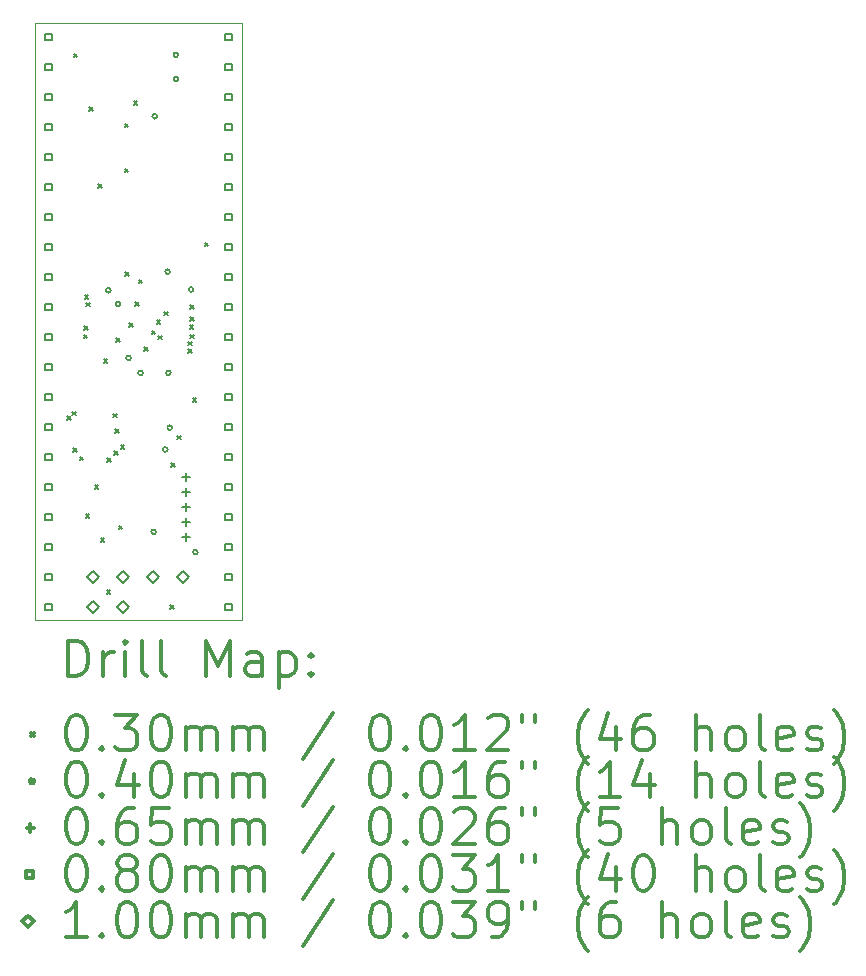
<source format=gbr>
%FSLAX45Y45*%
G04 Gerber Fmt 4.5, Leading zero omitted, Abs format (unit mm)*
G04 Created by KiCad (PCBNEW (5.1.5)-3) date 2021-01-25 20:45:40*
%MOMM*%
%LPD*%
G04 APERTURE LIST*
%TA.AperFunction,Profile*%
%ADD10C,0.100000*%
%TD*%
%ADD11C,0.200000*%
%ADD12C,0.300000*%
G04 APERTURE END LIST*
D10*
X9791700Y-9766300D02*
X9791700Y-4711700D01*
X11544300Y-9766300D02*
X9791700Y-9766300D01*
X11544300Y-4711700D02*
X11544300Y-9766300D01*
X9791700Y-4711700D02*
X11544300Y-4711700D01*
D11*
X10065625Y-8039975D02*
X10095625Y-8069975D01*
X10095625Y-8039975D02*
X10065625Y-8069975D01*
X10106900Y-7998700D02*
X10136900Y-8028700D01*
X10136900Y-7998700D02*
X10106900Y-8028700D01*
X10116425Y-8306675D02*
X10146425Y-8336675D01*
X10146425Y-8306675D02*
X10116425Y-8336675D01*
X10119600Y-4969750D02*
X10149600Y-4999750D01*
X10149600Y-4969750D02*
X10119600Y-4999750D01*
X10170400Y-8379700D02*
X10200400Y-8409700D01*
X10200400Y-8379700D02*
X10170400Y-8409700D01*
X10206749Y-7349249D02*
X10236749Y-7379249D01*
X10236749Y-7349249D02*
X10206749Y-7379249D01*
X10208500Y-7274800D02*
X10238500Y-7304800D01*
X10238500Y-7274800D02*
X10208500Y-7304800D01*
X10214850Y-7014450D02*
X10244850Y-7044450D01*
X10244850Y-7014450D02*
X10214850Y-7044450D01*
X10221200Y-8868650D02*
X10251200Y-8898650D01*
X10251200Y-8868650D02*
X10221200Y-8898650D01*
X10227550Y-7077950D02*
X10257550Y-7107950D01*
X10257550Y-7077950D02*
X10227550Y-7107950D01*
X10252950Y-5420600D02*
X10282950Y-5450600D01*
X10282950Y-5420600D02*
X10252950Y-5450600D01*
X10297400Y-8621000D02*
X10327400Y-8651000D01*
X10327400Y-8621000D02*
X10297400Y-8651000D01*
X10329150Y-6074650D02*
X10359150Y-6104650D01*
X10359150Y-6074650D02*
X10329150Y-6104650D01*
X10348200Y-9071850D02*
X10378200Y-9101850D01*
X10378200Y-9071850D02*
X10348200Y-9101850D01*
X10373600Y-7554200D02*
X10403600Y-7584200D01*
X10403600Y-7554200D02*
X10373600Y-7584200D01*
X10398950Y-9510050D02*
X10428950Y-9540050D01*
X10428950Y-9510050D02*
X10398950Y-9540050D01*
X10405350Y-8392400D02*
X10435350Y-8422400D01*
X10435350Y-8392400D02*
X10405350Y-8422400D01*
X10456150Y-8017750D02*
X10486150Y-8047750D01*
X10486150Y-8017750D02*
X10456150Y-8047750D01*
X10462500Y-8335250D02*
X10492500Y-8365250D01*
X10492500Y-8335250D02*
X10462500Y-8365250D01*
X10472025Y-8147925D02*
X10502025Y-8177925D01*
X10502025Y-8147925D02*
X10472025Y-8177925D01*
X10481550Y-7376400D02*
X10511550Y-7406400D01*
X10511550Y-7376400D02*
X10481550Y-7406400D01*
X10500600Y-8963900D02*
X10530600Y-8993900D01*
X10530600Y-8963900D02*
X10500600Y-8993900D01*
X10519650Y-8284450D02*
X10549650Y-8314450D01*
X10549650Y-8284450D02*
X10519650Y-8314450D01*
X10551400Y-5560300D02*
X10581400Y-5590300D01*
X10581400Y-5560300D02*
X10551400Y-5590300D01*
X10551400Y-5941300D02*
X10581400Y-5971300D01*
X10581400Y-5941300D02*
X10551400Y-5971300D01*
X10559020Y-6817600D02*
X10589020Y-6847600D01*
X10589020Y-6817600D02*
X10559020Y-6847600D01*
X10589500Y-7249400D02*
X10619500Y-7279400D01*
X10619500Y-7249400D02*
X10589500Y-7279400D01*
X10628000Y-5370200D02*
X10658000Y-5400200D01*
X10658000Y-5370200D02*
X10628000Y-5400200D01*
X10640300Y-7071600D02*
X10670300Y-7101600D01*
X10670300Y-7071600D02*
X10640300Y-7101600D01*
X10672050Y-6881100D02*
X10702050Y-6911100D01*
X10702050Y-6881100D02*
X10672050Y-6911100D01*
X10716500Y-7452600D02*
X10746500Y-7482600D01*
X10746500Y-7452600D02*
X10716500Y-7482600D01*
X10780000Y-7312900D02*
X10810000Y-7342900D01*
X10810000Y-7312900D02*
X10780000Y-7342900D01*
X10824450Y-7224000D02*
X10854450Y-7254000D01*
X10854450Y-7224000D02*
X10824450Y-7254000D01*
X10837150Y-7357350D02*
X10867150Y-7387350D01*
X10867150Y-7357350D02*
X10837150Y-7387350D01*
X10887950Y-7154150D02*
X10917950Y-7184150D01*
X10917950Y-7154150D02*
X10887950Y-7184150D01*
X10938750Y-9637000D02*
X10968750Y-9667000D01*
X10968750Y-9637000D02*
X10938750Y-9667000D01*
X10945100Y-8436850D02*
X10975100Y-8466850D01*
X10975100Y-8436850D02*
X10945100Y-8466850D01*
X10995900Y-8201900D02*
X11025900Y-8231900D01*
X11025900Y-8201900D02*
X10995900Y-8231900D01*
X11091150Y-7408150D02*
X11121150Y-7438150D01*
X11121150Y-7408150D02*
X11091150Y-7438150D01*
X11091150Y-7471650D02*
X11121150Y-7501650D01*
X11121150Y-7471650D02*
X11091150Y-7501650D01*
X11103489Y-7268811D02*
X11133489Y-7298811D01*
X11133489Y-7268811D02*
X11103489Y-7298811D01*
X11106099Y-7348751D02*
X11136099Y-7378751D01*
X11136099Y-7348751D02*
X11106099Y-7378751D01*
X11108449Y-7098751D02*
X11138449Y-7128751D01*
X11138449Y-7098751D02*
X11108449Y-7128751D01*
X11109551Y-7199249D02*
X11139551Y-7229249D01*
X11139551Y-7199249D02*
X11109551Y-7229249D01*
X11129250Y-7884400D02*
X11159250Y-7914400D01*
X11159250Y-7884400D02*
X11129250Y-7914400D01*
X11230850Y-6569950D02*
X11260850Y-6599950D01*
X11260850Y-6569950D02*
X11230850Y-6599950D01*
X10434000Y-6972300D02*
G75*
G03X10434000Y-6972300I-20000J0D01*
G01*
X10516550Y-7086600D02*
G75*
G03X10516550Y-7086600I-20000J0D01*
G01*
X10605450Y-7543800D02*
G75*
G03X10605450Y-7543800I-20000J0D01*
G01*
X10707050Y-7670800D02*
G75*
G03X10707050Y-7670800I-20000J0D01*
G01*
X10818000Y-9017000D02*
G75*
G03X10818000Y-9017000I-20000J0D01*
G01*
X10827700Y-5499100D02*
G75*
G03X10827700Y-5499100I-20000J0D01*
G01*
X10917401Y-8319301D02*
G75*
G03X10917401Y-8319301I-20000J0D01*
G01*
X10935650Y-6813550D02*
G75*
G03X10935650Y-6813550I-20000J0D01*
G01*
X10942000Y-7670800D02*
G75*
G03X10942000Y-7670800I-20000J0D01*
G01*
X10954700Y-8134350D02*
G75*
G03X10954700Y-8134350I-20000J0D01*
G01*
X11005500Y-4977500D02*
G75*
G03X11005500Y-4977500I-20000J0D01*
G01*
X11005500Y-5182500D02*
G75*
G03X11005500Y-5182500I-20000J0D01*
G01*
X11134699Y-6963751D02*
G75*
G03X11134699Y-6963751I-20000J0D01*
G01*
X11170600Y-9188450D02*
G75*
G03X11170600Y-9188450I-20000J0D01*
G01*
X11074400Y-8520950D02*
X11074400Y-8585950D01*
X11041900Y-8553450D02*
X11106900Y-8553450D01*
X11074400Y-8647950D02*
X11074400Y-8712950D01*
X11041900Y-8680450D02*
X11106900Y-8680450D01*
X11074400Y-8774950D02*
X11074400Y-8839950D01*
X11041900Y-8807450D02*
X11106900Y-8807450D01*
X11074400Y-8901950D02*
X11074400Y-8966950D01*
X11041900Y-8934450D02*
X11106900Y-8934450D01*
X11074400Y-9028950D02*
X11074400Y-9093950D01*
X11041900Y-9061450D02*
X11106900Y-9061450D01*
X9934285Y-4854285D02*
X9934285Y-4797716D01*
X9877716Y-4797716D01*
X9877716Y-4854285D01*
X9934285Y-4854285D01*
X9934285Y-5108285D02*
X9934285Y-5051716D01*
X9877716Y-5051716D01*
X9877716Y-5108285D01*
X9934285Y-5108285D01*
X9934285Y-5362285D02*
X9934285Y-5305716D01*
X9877716Y-5305716D01*
X9877716Y-5362285D01*
X9934285Y-5362285D01*
X9934285Y-5616284D02*
X9934285Y-5559716D01*
X9877716Y-5559716D01*
X9877716Y-5616284D01*
X9934285Y-5616284D01*
X9934285Y-5870284D02*
X9934285Y-5813715D01*
X9877716Y-5813715D01*
X9877716Y-5870284D01*
X9934285Y-5870284D01*
X9934285Y-6124284D02*
X9934285Y-6067715D01*
X9877716Y-6067715D01*
X9877716Y-6124284D01*
X9934285Y-6124284D01*
X9934285Y-6378284D02*
X9934285Y-6321715D01*
X9877716Y-6321715D01*
X9877716Y-6378284D01*
X9934285Y-6378284D01*
X9934285Y-6632284D02*
X9934285Y-6575715D01*
X9877716Y-6575715D01*
X9877716Y-6632284D01*
X9934285Y-6632284D01*
X9934285Y-6886284D02*
X9934285Y-6829715D01*
X9877716Y-6829715D01*
X9877716Y-6886284D01*
X9934285Y-6886284D01*
X9934285Y-7140284D02*
X9934285Y-7083715D01*
X9877716Y-7083715D01*
X9877716Y-7140284D01*
X9934285Y-7140284D01*
X9934285Y-7394284D02*
X9934285Y-7337715D01*
X9877716Y-7337715D01*
X9877716Y-7394284D01*
X9934285Y-7394284D01*
X9934285Y-7648284D02*
X9934285Y-7591715D01*
X9877716Y-7591715D01*
X9877716Y-7648284D01*
X9934285Y-7648284D01*
X9934285Y-7902284D02*
X9934285Y-7845715D01*
X9877716Y-7845715D01*
X9877716Y-7902284D01*
X9934285Y-7902284D01*
X9934285Y-8156284D02*
X9934285Y-8099715D01*
X9877716Y-8099715D01*
X9877716Y-8156284D01*
X9934285Y-8156284D01*
X9934285Y-8410285D02*
X9934285Y-8353715D01*
X9877716Y-8353715D01*
X9877716Y-8410285D01*
X9934285Y-8410285D01*
X9934285Y-8664285D02*
X9934285Y-8607716D01*
X9877716Y-8607716D01*
X9877716Y-8664285D01*
X9934285Y-8664285D01*
X9934285Y-8918285D02*
X9934285Y-8861716D01*
X9877716Y-8861716D01*
X9877716Y-8918285D01*
X9934285Y-8918285D01*
X9934285Y-9172285D02*
X9934285Y-9115716D01*
X9877716Y-9115716D01*
X9877716Y-9172285D01*
X9934285Y-9172285D01*
X9934285Y-9426285D02*
X9934285Y-9369716D01*
X9877716Y-9369716D01*
X9877716Y-9426285D01*
X9934285Y-9426285D01*
X9934285Y-9680285D02*
X9934285Y-9623716D01*
X9877716Y-9623716D01*
X9877716Y-9680285D01*
X9934285Y-9680285D01*
X11458284Y-4854285D02*
X11458284Y-4797716D01*
X11401715Y-4797716D01*
X11401715Y-4854285D01*
X11458284Y-4854285D01*
X11458284Y-5108285D02*
X11458284Y-5051716D01*
X11401715Y-5051716D01*
X11401715Y-5108285D01*
X11458284Y-5108285D01*
X11458284Y-5362285D02*
X11458284Y-5305716D01*
X11401715Y-5305716D01*
X11401715Y-5362285D01*
X11458284Y-5362285D01*
X11458284Y-5616284D02*
X11458284Y-5559716D01*
X11401715Y-5559716D01*
X11401715Y-5616284D01*
X11458284Y-5616284D01*
X11458284Y-5870284D02*
X11458284Y-5813715D01*
X11401715Y-5813715D01*
X11401715Y-5870284D01*
X11458284Y-5870284D01*
X11458284Y-6124284D02*
X11458284Y-6067715D01*
X11401715Y-6067715D01*
X11401715Y-6124284D01*
X11458284Y-6124284D01*
X11458284Y-6378284D02*
X11458284Y-6321715D01*
X11401715Y-6321715D01*
X11401715Y-6378284D01*
X11458284Y-6378284D01*
X11458284Y-6632284D02*
X11458284Y-6575715D01*
X11401715Y-6575715D01*
X11401715Y-6632284D01*
X11458284Y-6632284D01*
X11458284Y-6886284D02*
X11458284Y-6829715D01*
X11401715Y-6829715D01*
X11401715Y-6886284D01*
X11458284Y-6886284D01*
X11458284Y-7140284D02*
X11458284Y-7083715D01*
X11401715Y-7083715D01*
X11401715Y-7140284D01*
X11458284Y-7140284D01*
X11458284Y-7394284D02*
X11458284Y-7337715D01*
X11401715Y-7337715D01*
X11401715Y-7394284D01*
X11458284Y-7394284D01*
X11458284Y-7648284D02*
X11458284Y-7591715D01*
X11401715Y-7591715D01*
X11401715Y-7648284D01*
X11458284Y-7648284D01*
X11458284Y-7902284D02*
X11458284Y-7845715D01*
X11401715Y-7845715D01*
X11401715Y-7902284D01*
X11458284Y-7902284D01*
X11458284Y-8156284D02*
X11458284Y-8099715D01*
X11401715Y-8099715D01*
X11401715Y-8156284D01*
X11458284Y-8156284D01*
X11458284Y-8410285D02*
X11458284Y-8353715D01*
X11401715Y-8353715D01*
X11401715Y-8410285D01*
X11458284Y-8410285D01*
X11458284Y-8664285D02*
X11458284Y-8607716D01*
X11401715Y-8607716D01*
X11401715Y-8664285D01*
X11458284Y-8664285D01*
X11458284Y-8918285D02*
X11458284Y-8861716D01*
X11401715Y-8861716D01*
X11401715Y-8918285D01*
X11458284Y-8918285D01*
X11458284Y-9172285D02*
X11458284Y-9115716D01*
X11401715Y-9115716D01*
X11401715Y-9172285D01*
X11458284Y-9172285D01*
X11458284Y-9426285D02*
X11458284Y-9369716D01*
X11401715Y-9369716D01*
X11401715Y-9426285D01*
X11458284Y-9426285D01*
X11458284Y-9680285D02*
X11458284Y-9623716D01*
X11401715Y-9623716D01*
X11401715Y-9680285D01*
X11458284Y-9680285D01*
X10287000Y-9448000D02*
X10337000Y-9398000D01*
X10287000Y-9348000D01*
X10237000Y-9398000D01*
X10287000Y-9448000D01*
X10287000Y-9702000D02*
X10337000Y-9652000D01*
X10287000Y-9602000D01*
X10237000Y-9652000D01*
X10287000Y-9702000D01*
X10541000Y-9448000D02*
X10591000Y-9398000D01*
X10541000Y-9348000D01*
X10491000Y-9398000D01*
X10541000Y-9448000D01*
X10541000Y-9702000D02*
X10591000Y-9652000D01*
X10541000Y-9602000D01*
X10491000Y-9652000D01*
X10541000Y-9702000D01*
X10795000Y-9448000D02*
X10845000Y-9398000D01*
X10795000Y-9348000D01*
X10745000Y-9398000D01*
X10795000Y-9448000D01*
X11049000Y-9448000D02*
X11099000Y-9398000D01*
X11049000Y-9348000D01*
X10999000Y-9398000D01*
X11049000Y-9448000D01*
D12*
X10073128Y-10237014D02*
X10073128Y-9937014D01*
X10144557Y-9937014D01*
X10187414Y-9951300D01*
X10215986Y-9979872D01*
X10230271Y-10008443D01*
X10244557Y-10065586D01*
X10244557Y-10108443D01*
X10230271Y-10165586D01*
X10215986Y-10194157D01*
X10187414Y-10222729D01*
X10144557Y-10237014D01*
X10073128Y-10237014D01*
X10373128Y-10237014D02*
X10373128Y-10037014D01*
X10373128Y-10094157D02*
X10387414Y-10065586D01*
X10401700Y-10051300D01*
X10430271Y-10037014D01*
X10458843Y-10037014D01*
X10558843Y-10237014D02*
X10558843Y-10037014D01*
X10558843Y-9937014D02*
X10544557Y-9951300D01*
X10558843Y-9965586D01*
X10573128Y-9951300D01*
X10558843Y-9937014D01*
X10558843Y-9965586D01*
X10744557Y-10237014D02*
X10715986Y-10222729D01*
X10701700Y-10194157D01*
X10701700Y-9937014D01*
X10901700Y-10237014D02*
X10873128Y-10222729D01*
X10858843Y-10194157D01*
X10858843Y-9937014D01*
X11244557Y-10237014D02*
X11244557Y-9937014D01*
X11344557Y-10151300D01*
X11444557Y-9937014D01*
X11444557Y-10237014D01*
X11715986Y-10237014D02*
X11715986Y-10079872D01*
X11701700Y-10051300D01*
X11673128Y-10037014D01*
X11615986Y-10037014D01*
X11587414Y-10051300D01*
X11715986Y-10222729D02*
X11687414Y-10237014D01*
X11615986Y-10237014D01*
X11587414Y-10222729D01*
X11573128Y-10194157D01*
X11573128Y-10165586D01*
X11587414Y-10137014D01*
X11615986Y-10122729D01*
X11687414Y-10122729D01*
X11715986Y-10108443D01*
X11858843Y-10037014D02*
X11858843Y-10337014D01*
X11858843Y-10051300D02*
X11887414Y-10037014D01*
X11944557Y-10037014D01*
X11973128Y-10051300D01*
X11987414Y-10065586D01*
X12001700Y-10094157D01*
X12001700Y-10179872D01*
X11987414Y-10208443D01*
X11973128Y-10222729D01*
X11944557Y-10237014D01*
X11887414Y-10237014D01*
X11858843Y-10222729D01*
X12130271Y-10208443D02*
X12144557Y-10222729D01*
X12130271Y-10237014D01*
X12115986Y-10222729D01*
X12130271Y-10208443D01*
X12130271Y-10237014D01*
X12130271Y-10051300D02*
X12144557Y-10065586D01*
X12130271Y-10079872D01*
X12115986Y-10065586D01*
X12130271Y-10051300D01*
X12130271Y-10079872D01*
X9756700Y-10716300D02*
X9786700Y-10746300D01*
X9786700Y-10716300D02*
X9756700Y-10746300D01*
X10130271Y-10567014D02*
X10158843Y-10567014D01*
X10187414Y-10581300D01*
X10201700Y-10595586D01*
X10215986Y-10624157D01*
X10230271Y-10681300D01*
X10230271Y-10752729D01*
X10215986Y-10809872D01*
X10201700Y-10838443D01*
X10187414Y-10852729D01*
X10158843Y-10867014D01*
X10130271Y-10867014D01*
X10101700Y-10852729D01*
X10087414Y-10838443D01*
X10073128Y-10809872D01*
X10058843Y-10752729D01*
X10058843Y-10681300D01*
X10073128Y-10624157D01*
X10087414Y-10595586D01*
X10101700Y-10581300D01*
X10130271Y-10567014D01*
X10358843Y-10838443D02*
X10373128Y-10852729D01*
X10358843Y-10867014D01*
X10344557Y-10852729D01*
X10358843Y-10838443D01*
X10358843Y-10867014D01*
X10473128Y-10567014D02*
X10658843Y-10567014D01*
X10558843Y-10681300D01*
X10601700Y-10681300D01*
X10630271Y-10695586D01*
X10644557Y-10709872D01*
X10658843Y-10738443D01*
X10658843Y-10809872D01*
X10644557Y-10838443D01*
X10630271Y-10852729D01*
X10601700Y-10867014D01*
X10515986Y-10867014D01*
X10487414Y-10852729D01*
X10473128Y-10838443D01*
X10844557Y-10567014D02*
X10873128Y-10567014D01*
X10901700Y-10581300D01*
X10915986Y-10595586D01*
X10930271Y-10624157D01*
X10944557Y-10681300D01*
X10944557Y-10752729D01*
X10930271Y-10809872D01*
X10915986Y-10838443D01*
X10901700Y-10852729D01*
X10873128Y-10867014D01*
X10844557Y-10867014D01*
X10815986Y-10852729D01*
X10801700Y-10838443D01*
X10787414Y-10809872D01*
X10773128Y-10752729D01*
X10773128Y-10681300D01*
X10787414Y-10624157D01*
X10801700Y-10595586D01*
X10815986Y-10581300D01*
X10844557Y-10567014D01*
X11073128Y-10867014D02*
X11073128Y-10667014D01*
X11073128Y-10695586D02*
X11087414Y-10681300D01*
X11115986Y-10667014D01*
X11158843Y-10667014D01*
X11187414Y-10681300D01*
X11201700Y-10709872D01*
X11201700Y-10867014D01*
X11201700Y-10709872D02*
X11215986Y-10681300D01*
X11244557Y-10667014D01*
X11287414Y-10667014D01*
X11315986Y-10681300D01*
X11330271Y-10709872D01*
X11330271Y-10867014D01*
X11473128Y-10867014D02*
X11473128Y-10667014D01*
X11473128Y-10695586D02*
X11487414Y-10681300D01*
X11515986Y-10667014D01*
X11558843Y-10667014D01*
X11587414Y-10681300D01*
X11601700Y-10709872D01*
X11601700Y-10867014D01*
X11601700Y-10709872D02*
X11615986Y-10681300D01*
X11644557Y-10667014D01*
X11687414Y-10667014D01*
X11715986Y-10681300D01*
X11730271Y-10709872D01*
X11730271Y-10867014D01*
X12315986Y-10552729D02*
X12058843Y-10938443D01*
X12701700Y-10567014D02*
X12730271Y-10567014D01*
X12758843Y-10581300D01*
X12773128Y-10595586D01*
X12787414Y-10624157D01*
X12801700Y-10681300D01*
X12801700Y-10752729D01*
X12787414Y-10809872D01*
X12773128Y-10838443D01*
X12758843Y-10852729D01*
X12730271Y-10867014D01*
X12701700Y-10867014D01*
X12673128Y-10852729D01*
X12658843Y-10838443D01*
X12644557Y-10809872D01*
X12630271Y-10752729D01*
X12630271Y-10681300D01*
X12644557Y-10624157D01*
X12658843Y-10595586D01*
X12673128Y-10581300D01*
X12701700Y-10567014D01*
X12930271Y-10838443D02*
X12944557Y-10852729D01*
X12930271Y-10867014D01*
X12915986Y-10852729D01*
X12930271Y-10838443D01*
X12930271Y-10867014D01*
X13130271Y-10567014D02*
X13158843Y-10567014D01*
X13187414Y-10581300D01*
X13201700Y-10595586D01*
X13215986Y-10624157D01*
X13230271Y-10681300D01*
X13230271Y-10752729D01*
X13215986Y-10809872D01*
X13201700Y-10838443D01*
X13187414Y-10852729D01*
X13158843Y-10867014D01*
X13130271Y-10867014D01*
X13101700Y-10852729D01*
X13087414Y-10838443D01*
X13073128Y-10809872D01*
X13058843Y-10752729D01*
X13058843Y-10681300D01*
X13073128Y-10624157D01*
X13087414Y-10595586D01*
X13101700Y-10581300D01*
X13130271Y-10567014D01*
X13515986Y-10867014D02*
X13344557Y-10867014D01*
X13430271Y-10867014D02*
X13430271Y-10567014D01*
X13401700Y-10609872D01*
X13373128Y-10638443D01*
X13344557Y-10652729D01*
X13630271Y-10595586D02*
X13644557Y-10581300D01*
X13673128Y-10567014D01*
X13744557Y-10567014D01*
X13773128Y-10581300D01*
X13787414Y-10595586D01*
X13801700Y-10624157D01*
X13801700Y-10652729D01*
X13787414Y-10695586D01*
X13615986Y-10867014D01*
X13801700Y-10867014D01*
X13915986Y-10567014D02*
X13915986Y-10624157D01*
X14030271Y-10567014D02*
X14030271Y-10624157D01*
X14473128Y-10981300D02*
X14458843Y-10967014D01*
X14430271Y-10924157D01*
X14415986Y-10895586D01*
X14401700Y-10852729D01*
X14387414Y-10781300D01*
X14387414Y-10724157D01*
X14401700Y-10652729D01*
X14415986Y-10609872D01*
X14430271Y-10581300D01*
X14458843Y-10538443D01*
X14473128Y-10524157D01*
X14715986Y-10667014D02*
X14715986Y-10867014D01*
X14644557Y-10552729D02*
X14573128Y-10767014D01*
X14758843Y-10767014D01*
X15001700Y-10567014D02*
X14944557Y-10567014D01*
X14915986Y-10581300D01*
X14901700Y-10595586D01*
X14873128Y-10638443D01*
X14858843Y-10695586D01*
X14858843Y-10809872D01*
X14873128Y-10838443D01*
X14887414Y-10852729D01*
X14915986Y-10867014D01*
X14973128Y-10867014D01*
X15001700Y-10852729D01*
X15015986Y-10838443D01*
X15030271Y-10809872D01*
X15030271Y-10738443D01*
X15015986Y-10709872D01*
X15001700Y-10695586D01*
X14973128Y-10681300D01*
X14915986Y-10681300D01*
X14887414Y-10695586D01*
X14873128Y-10709872D01*
X14858843Y-10738443D01*
X15387414Y-10867014D02*
X15387414Y-10567014D01*
X15515986Y-10867014D02*
X15515986Y-10709872D01*
X15501700Y-10681300D01*
X15473128Y-10667014D01*
X15430271Y-10667014D01*
X15401700Y-10681300D01*
X15387414Y-10695586D01*
X15701700Y-10867014D02*
X15673128Y-10852729D01*
X15658843Y-10838443D01*
X15644557Y-10809872D01*
X15644557Y-10724157D01*
X15658843Y-10695586D01*
X15673128Y-10681300D01*
X15701700Y-10667014D01*
X15744557Y-10667014D01*
X15773128Y-10681300D01*
X15787414Y-10695586D01*
X15801700Y-10724157D01*
X15801700Y-10809872D01*
X15787414Y-10838443D01*
X15773128Y-10852729D01*
X15744557Y-10867014D01*
X15701700Y-10867014D01*
X15973128Y-10867014D02*
X15944557Y-10852729D01*
X15930271Y-10824157D01*
X15930271Y-10567014D01*
X16201700Y-10852729D02*
X16173128Y-10867014D01*
X16115986Y-10867014D01*
X16087414Y-10852729D01*
X16073128Y-10824157D01*
X16073128Y-10709872D01*
X16087414Y-10681300D01*
X16115986Y-10667014D01*
X16173128Y-10667014D01*
X16201700Y-10681300D01*
X16215986Y-10709872D01*
X16215986Y-10738443D01*
X16073128Y-10767014D01*
X16330271Y-10852729D02*
X16358843Y-10867014D01*
X16415986Y-10867014D01*
X16444557Y-10852729D01*
X16458843Y-10824157D01*
X16458843Y-10809872D01*
X16444557Y-10781300D01*
X16415986Y-10767014D01*
X16373128Y-10767014D01*
X16344557Y-10752729D01*
X16330271Y-10724157D01*
X16330271Y-10709872D01*
X16344557Y-10681300D01*
X16373128Y-10667014D01*
X16415986Y-10667014D01*
X16444557Y-10681300D01*
X16558843Y-10981300D02*
X16573128Y-10967014D01*
X16601700Y-10924157D01*
X16615986Y-10895586D01*
X16630271Y-10852729D01*
X16644557Y-10781300D01*
X16644557Y-10724157D01*
X16630271Y-10652729D01*
X16615986Y-10609872D01*
X16601700Y-10581300D01*
X16573128Y-10538443D01*
X16558843Y-10524157D01*
X9786700Y-11127300D02*
G75*
G03X9786700Y-11127300I-20000J0D01*
G01*
X10130271Y-10963014D02*
X10158843Y-10963014D01*
X10187414Y-10977300D01*
X10201700Y-10991586D01*
X10215986Y-11020157D01*
X10230271Y-11077300D01*
X10230271Y-11148729D01*
X10215986Y-11205871D01*
X10201700Y-11234443D01*
X10187414Y-11248729D01*
X10158843Y-11263014D01*
X10130271Y-11263014D01*
X10101700Y-11248729D01*
X10087414Y-11234443D01*
X10073128Y-11205871D01*
X10058843Y-11148729D01*
X10058843Y-11077300D01*
X10073128Y-11020157D01*
X10087414Y-10991586D01*
X10101700Y-10977300D01*
X10130271Y-10963014D01*
X10358843Y-11234443D02*
X10373128Y-11248729D01*
X10358843Y-11263014D01*
X10344557Y-11248729D01*
X10358843Y-11234443D01*
X10358843Y-11263014D01*
X10630271Y-11063014D02*
X10630271Y-11263014D01*
X10558843Y-10948729D02*
X10487414Y-11163014D01*
X10673128Y-11163014D01*
X10844557Y-10963014D02*
X10873128Y-10963014D01*
X10901700Y-10977300D01*
X10915986Y-10991586D01*
X10930271Y-11020157D01*
X10944557Y-11077300D01*
X10944557Y-11148729D01*
X10930271Y-11205871D01*
X10915986Y-11234443D01*
X10901700Y-11248729D01*
X10873128Y-11263014D01*
X10844557Y-11263014D01*
X10815986Y-11248729D01*
X10801700Y-11234443D01*
X10787414Y-11205871D01*
X10773128Y-11148729D01*
X10773128Y-11077300D01*
X10787414Y-11020157D01*
X10801700Y-10991586D01*
X10815986Y-10977300D01*
X10844557Y-10963014D01*
X11073128Y-11263014D02*
X11073128Y-11063014D01*
X11073128Y-11091586D02*
X11087414Y-11077300D01*
X11115986Y-11063014D01*
X11158843Y-11063014D01*
X11187414Y-11077300D01*
X11201700Y-11105872D01*
X11201700Y-11263014D01*
X11201700Y-11105872D02*
X11215986Y-11077300D01*
X11244557Y-11063014D01*
X11287414Y-11063014D01*
X11315986Y-11077300D01*
X11330271Y-11105872D01*
X11330271Y-11263014D01*
X11473128Y-11263014D02*
X11473128Y-11063014D01*
X11473128Y-11091586D02*
X11487414Y-11077300D01*
X11515986Y-11063014D01*
X11558843Y-11063014D01*
X11587414Y-11077300D01*
X11601700Y-11105872D01*
X11601700Y-11263014D01*
X11601700Y-11105872D02*
X11615986Y-11077300D01*
X11644557Y-11063014D01*
X11687414Y-11063014D01*
X11715986Y-11077300D01*
X11730271Y-11105872D01*
X11730271Y-11263014D01*
X12315986Y-10948729D02*
X12058843Y-11334443D01*
X12701700Y-10963014D02*
X12730271Y-10963014D01*
X12758843Y-10977300D01*
X12773128Y-10991586D01*
X12787414Y-11020157D01*
X12801700Y-11077300D01*
X12801700Y-11148729D01*
X12787414Y-11205871D01*
X12773128Y-11234443D01*
X12758843Y-11248729D01*
X12730271Y-11263014D01*
X12701700Y-11263014D01*
X12673128Y-11248729D01*
X12658843Y-11234443D01*
X12644557Y-11205871D01*
X12630271Y-11148729D01*
X12630271Y-11077300D01*
X12644557Y-11020157D01*
X12658843Y-10991586D01*
X12673128Y-10977300D01*
X12701700Y-10963014D01*
X12930271Y-11234443D02*
X12944557Y-11248729D01*
X12930271Y-11263014D01*
X12915986Y-11248729D01*
X12930271Y-11234443D01*
X12930271Y-11263014D01*
X13130271Y-10963014D02*
X13158843Y-10963014D01*
X13187414Y-10977300D01*
X13201700Y-10991586D01*
X13215986Y-11020157D01*
X13230271Y-11077300D01*
X13230271Y-11148729D01*
X13215986Y-11205871D01*
X13201700Y-11234443D01*
X13187414Y-11248729D01*
X13158843Y-11263014D01*
X13130271Y-11263014D01*
X13101700Y-11248729D01*
X13087414Y-11234443D01*
X13073128Y-11205871D01*
X13058843Y-11148729D01*
X13058843Y-11077300D01*
X13073128Y-11020157D01*
X13087414Y-10991586D01*
X13101700Y-10977300D01*
X13130271Y-10963014D01*
X13515986Y-11263014D02*
X13344557Y-11263014D01*
X13430271Y-11263014D02*
X13430271Y-10963014D01*
X13401700Y-11005872D01*
X13373128Y-11034443D01*
X13344557Y-11048729D01*
X13773128Y-10963014D02*
X13715986Y-10963014D01*
X13687414Y-10977300D01*
X13673128Y-10991586D01*
X13644557Y-11034443D01*
X13630271Y-11091586D01*
X13630271Y-11205871D01*
X13644557Y-11234443D01*
X13658843Y-11248729D01*
X13687414Y-11263014D01*
X13744557Y-11263014D01*
X13773128Y-11248729D01*
X13787414Y-11234443D01*
X13801700Y-11205871D01*
X13801700Y-11134443D01*
X13787414Y-11105872D01*
X13773128Y-11091586D01*
X13744557Y-11077300D01*
X13687414Y-11077300D01*
X13658843Y-11091586D01*
X13644557Y-11105872D01*
X13630271Y-11134443D01*
X13915986Y-10963014D02*
X13915986Y-11020157D01*
X14030271Y-10963014D02*
X14030271Y-11020157D01*
X14473128Y-11377300D02*
X14458843Y-11363014D01*
X14430271Y-11320157D01*
X14415986Y-11291586D01*
X14401700Y-11248729D01*
X14387414Y-11177300D01*
X14387414Y-11120157D01*
X14401700Y-11048729D01*
X14415986Y-11005872D01*
X14430271Y-10977300D01*
X14458843Y-10934443D01*
X14473128Y-10920157D01*
X14744557Y-11263014D02*
X14573128Y-11263014D01*
X14658843Y-11263014D02*
X14658843Y-10963014D01*
X14630271Y-11005872D01*
X14601700Y-11034443D01*
X14573128Y-11048729D01*
X15001700Y-11063014D02*
X15001700Y-11263014D01*
X14930271Y-10948729D02*
X14858843Y-11163014D01*
X15044557Y-11163014D01*
X15387414Y-11263014D02*
X15387414Y-10963014D01*
X15515986Y-11263014D02*
X15515986Y-11105872D01*
X15501700Y-11077300D01*
X15473128Y-11063014D01*
X15430271Y-11063014D01*
X15401700Y-11077300D01*
X15387414Y-11091586D01*
X15701700Y-11263014D02*
X15673128Y-11248729D01*
X15658843Y-11234443D01*
X15644557Y-11205871D01*
X15644557Y-11120157D01*
X15658843Y-11091586D01*
X15673128Y-11077300D01*
X15701700Y-11063014D01*
X15744557Y-11063014D01*
X15773128Y-11077300D01*
X15787414Y-11091586D01*
X15801700Y-11120157D01*
X15801700Y-11205871D01*
X15787414Y-11234443D01*
X15773128Y-11248729D01*
X15744557Y-11263014D01*
X15701700Y-11263014D01*
X15973128Y-11263014D02*
X15944557Y-11248729D01*
X15930271Y-11220157D01*
X15930271Y-10963014D01*
X16201700Y-11248729D02*
X16173128Y-11263014D01*
X16115986Y-11263014D01*
X16087414Y-11248729D01*
X16073128Y-11220157D01*
X16073128Y-11105872D01*
X16087414Y-11077300D01*
X16115986Y-11063014D01*
X16173128Y-11063014D01*
X16201700Y-11077300D01*
X16215986Y-11105872D01*
X16215986Y-11134443D01*
X16073128Y-11163014D01*
X16330271Y-11248729D02*
X16358843Y-11263014D01*
X16415986Y-11263014D01*
X16444557Y-11248729D01*
X16458843Y-11220157D01*
X16458843Y-11205871D01*
X16444557Y-11177300D01*
X16415986Y-11163014D01*
X16373128Y-11163014D01*
X16344557Y-11148729D01*
X16330271Y-11120157D01*
X16330271Y-11105872D01*
X16344557Y-11077300D01*
X16373128Y-11063014D01*
X16415986Y-11063014D01*
X16444557Y-11077300D01*
X16558843Y-11377300D02*
X16573128Y-11363014D01*
X16601700Y-11320157D01*
X16615986Y-11291586D01*
X16630271Y-11248729D01*
X16644557Y-11177300D01*
X16644557Y-11120157D01*
X16630271Y-11048729D01*
X16615986Y-11005872D01*
X16601700Y-10977300D01*
X16573128Y-10934443D01*
X16558843Y-10920157D01*
X9754200Y-11490800D02*
X9754200Y-11555800D01*
X9721700Y-11523300D02*
X9786700Y-11523300D01*
X10130271Y-11359014D02*
X10158843Y-11359014D01*
X10187414Y-11373300D01*
X10201700Y-11387586D01*
X10215986Y-11416157D01*
X10230271Y-11473300D01*
X10230271Y-11544729D01*
X10215986Y-11601871D01*
X10201700Y-11630443D01*
X10187414Y-11644729D01*
X10158843Y-11659014D01*
X10130271Y-11659014D01*
X10101700Y-11644729D01*
X10087414Y-11630443D01*
X10073128Y-11601871D01*
X10058843Y-11544729D01*
X10058843Y-11473300D01*
X10073128Y-11416157D01*
X10087414Y-11387586D01*
X10101700Y-11373300D01*
X10130271Y-11359014D01*
X10358843Y-11630443D02*
X10373128Y-11644729D01*
X10358843Y-11659014D01*
X10344557Y-11644729D01*
X10358843Y-11630443D01*
X10358843Y-11659014D01*
X10630271Y-11359014D02*
X10573128Y-11359014D01*
X10544557Y-11373300D01*
X10530271Y-11387586D01*
X10501700Y-11430443D01*
X10487414Y-11487586D01*
X10487414Y-11601871D01*
X10501700Y-11630443D01*
X10515986Y-11644729D01*
X10544557Y-11659014D01*
X10601700Y-11659014D01*
X10630271Y-11644729D01*
X10644557Y-11630443D01*
X10658843Y-11601871D01*
X10658843Y-11530443D01*
X10644557Y-11501871D01*
X10630271Y-11487586D01*
X10601700Y-11473300D01*
X10544557Y-11473300D01*
X10515986Y-11487586D01*
X10501700Y-11501871D01*
X10487414Y-11530443D01*
X10930271Y-11359014D02*
X10787414Y-11359014D01*
X10773128Y-11501871D01*
X10787414Y-11487586D01*
X10815986Y-11473300D01*
X10887414Y-11473300D01*
X10915986Y-11487586D01*
X10930271Y-11501871D01*
X10944557Y-11530443D01*
X10944557Y-11601871D01*
X10930271Y-11630443D01*
X10915986Y-11644729D01*
X10887414Y-11659014D01*
X10815986Y-11659014D01*
X10787414Y-11644729D01*
X10773128Y-11630443D01*
X11073128Y-11659014D02*
X11073128Y-11459014D01*
X11073128Y-11487586D02*
X11087414Y-11473300D01*
X11115986Y-11459014D01*
X11158843Y-11459014D01*
X11187414Y-11473300D01*
X11201700Y-11501871D01*
X11201700Y-11659014D01*
X11201700Y-11501871D02*
X11215986Y-11473300D01*
X11244557Y-11459014D01*
X11287414Y-11459014D01*
X11315986Y-11473300D01*
X11330271Y-11501871D01*
X11330271Y-11659014D01*
X11473128Y-11659014D02*
X11473128Y-11459014D01*
X11473128Y-11487586D02*
X11487414Y-11473300D01*
X11515986Y-11459014D01*
X11558843Y-11459014D01*
X11587414Y-11473300D01*
X11601700Y-11501871D01*
X11601700Y-11659014D01*
X11601700Y-11501871D02*
X11615986Y-11473300D01*
X11644557Y-11459014D01*
X11687414Y-11459014D01*
X11715986Y-11473300D01*
X11730271Y-11501871D01*
X11730271Y-11659014D01*
X12315986Y-11344729D02*
X12058843Y-11730443D01*
X12701700Y-11359014D02*
X12730271Y-11359014D01*
X12758843Y-11373300D01*
X12773128Y-11387586D01*
X12787414Y-11416157D01*
X12801700Y-11473300D01*
X12801700Y-11544729D01*
X12787414Y-11601871D01*
X12773128Y-11630443D01*
X12758843Y-11644729D01*
X12730271Y-11659014D01*
X12701700Y-11659014D01*
X12673128Y-11644729D01*
X12658843Y-11630443D01*
X12644557Y-11601871D01*
X12630271Y-11544729D01*
X12630271Y-11473300D01*
X12644557Y-11416157D01*
X12658843Y-11387586D01*
X12673128Y-11373300D01*
X12701700Y-11359014D01*
X12930271Y-11630443D02*
X12944557Y-11644729D01*
X12930271Y-11659014D01*
X12915986Y-11644729D01*
X12930271Y-11630443D01*
X12930271Y-11659014D01*
X13130271Y-11359014D02*
X13158843Y-11359014D01*
X13187414Y-11373300D01*
X13201700Y-11387586D01*
X13215986Y-11416157D01*
X13230271Y-11473300D01*
X13230271Y-11544729D01*
X13215986Y-11601871D01*
X13201700Y-11630443D01*
X13187414Y-11644729D01*
X13158843Y-11659014D01*
X13130271Y-11659014D01*
X13101700Y-11644729D01*
X13087414Y-11630443D01*
X13073128Y-11601871D01*
X13058843Y-11544729D01*
X13058843Y-11473300D01*
X13073128Y-11416157D01*
X13087414Y-11387586D01*
X13101700Y-11373300D01*
X13130271Y-11359014D01*
X13344557Y-11387586D02*
X13358843Y-11373300D01*
X13387414Y-11359014D01*
X13458843Y-11359014D01*
X13487414Y-11373300D01*
X13501700Y-11387586D01*
X13515986Y-11416157D01*
X13515986Y-11444729D01*
X13501700Y-11487586D01*
X13330271Y-11659014D01*
X13515986Y-11659014D01*
X13773128Y-11359014D02*
X13715986Y-11359014D01*
X13687414Y-11373300D01*
X13673128Y-11387586D01*
X13644557Y-11430443D01*
X13630271Y-11487586D01*
X13630271Y-11601871D01*
X13644557Y-11630443D01*
X13658843Y-11644729D01*
X13687414Y-11659014D01*
X13744557Y-11659014D01*
X13773128Y-11644729D01*
X13787414Y-11630443D01*
X13801700Y-11601871D01*
X13801700Y-11530443D01*
X13787414Y-11501871D01*
X13773128Y-11487586D01*
X13744557Y-11473300D01*
X13687414Y-11473300D01*
X13658843Y-11487586D01*
X13644557Y-11501871D01*
X13630271Y-11530443D01*
X13915986Y-11359014D02*
X13915986Y-11416157D01*
X14030271Y-11359014D02*
X14030271Y-11416157D01*
X14473128Y-11773300D02*
X14458843Y-11759014D01*
X14430271Y-11716157D01*
X14415986Y-11687586D01*
X14401700Y-11644729D01*
X14387414Y-11573300D01*
X14387414Y-11516157D01*
X14401700Y-11444729D01*
X14415986Y-11401871D01*
X14430271Y-11373300D01*
X14458843Y-11330443D01*
X14473128Y-11316157D01*
X14730271Y-11359014D02*
X14587414Y-11359014D01*
X14573128Y-11501871D01*
X14587414Y-11487586D01*
X14615986Y-11473300D01*
X14687414Y-11473300D01*
X14715986Y-11487586D01*
X14730271Y-11501871D01*
X14744557Y-11530443D01*
X14744557Y-11601871D01*
X14730271Y-11630443D01*
X14715986Y-11644729D01*
X14687414Y-11659014D01*
X14615986Y-11659014D01*
X14587414Y-11644729D01*
X14573128Y-11630443D01*
X15101700Y-11659014D02*
X15101700Y-11359014D01*
X15230271Y-11659014D02*
X15230271Y-11501871D01*
X15215986Y-11473300D01*
X15187414Y-11459014D01*
X15144557Y-11459014D01*
X15115986Y-11473300D01*
X15101700Y-11487586D01*
X15415986Y-11659014D02*
X15387414Y-11644729D01*
X15373128Y-11630443D01*
X15358843Y-11601871D01*
X15358843Y-11516157D01*
X15373128Y-11487586D01*
X15387414Y-11473300D01*
X15415986Y-11459014D01*
X15458843Y-11459014D01*
X15487414Y-11473300D01*
X15501700Y-11487586D01*
X15515986Y-11516157D01*
X15515986Y-11601871D01*
X15501700Y-11630443D01*
X15487414Y-11644729D01*
X15458843Y-11659014D01*
X15415986Y-11659014D01*
X15687414Y-11659014D02*
X15658843Y-11644729D01*
X15644557Y-11616157D01*
X15644557Y-11359014D01*
X15915986Y-11644729D02*
X15887414Y-11659014D01*
X15830271Y-11659014D01*
X15801700Y-11644729D01*
X15787414Y-11616157D01*
X15787414Y-11501871D01*
X15801700Y-11473300D01*
X15830271Y-11459014D01*
X15887414Y-11459014D01*
X15915986Y-11473300D01*
X15930271Y-11501871D01*
X15930271Y-11530443D01*
X15787414Y-11559014D01*
X16044557Y-11644729D02*
X16073128Y-11659014D01*
X16130271Y-11659014D01*
X16158843Y-11644729D01*
X16173128Y-11616157D01*
X16173128Y-11601871D01*
X16158843Y-11573300D01*
X16130271Y-11559014D01*
X16087414Y-11559014D01*
X16058843Y-11544729D01*
X16044557Y-11516157D01*
X16044557Y-11501871D01*
X16058843Y-11473300D01*
X16087414Y-11459014D01*
X16130271Y-11459014D01*
X16158843Y-11473300D01*
X16273128Y-11773300D02*
X16287414Y-11759014D01*
X16315986Y-11716157D01*
X16330271Y-11687586D01*
X16344557Y-11644729D01*
X16358843Y-11573300D01*
X16358843Y-11516157D01*
X16344557Y-11444729D01*
X16330271Y-11401871D01*
X16315986Y-11373300D01*
X16287414Y-11330443D01*
X16273128Y-11316157D01*
X9774984Y-11947585D02*
X9774984Y-11891016D01*
X9718415Y-11891016D01*
X9718415Y-11947585D01*
X9774984Y-11947585D01*
X10130271Y-11755014D02*
X10158843Y-11755014D01*
X10187414Y-11769300D01*
X10201700Y-11783586D01*
X10215986Y-11812157D01*
X10230271Y-11869300D01*
X10230271Y-11940729D01*
X10215986Y-11997871D01*
X10201700Y-12026443D01*
X10187414Y-12040729D01*
X10158843Y-12055014D01*
X10130271Y-12055014D01*
X10101700Y-12040729D01*
X10087414Y-12026443D01*
X10073128Y-11997871D01*
X10058843Y-11940729D01*
X10058843Y-11869300D01*
X10073128Y-11812157D01*
X10087414Y-11783586D01*
X10101700Y-11769300D01*
X10130271Y-11755014D01*
X10358843Y-12026443D02*
X10373128Y-12040729D01*
X10358843Y-12055014D01*
X10344557Y-12040729D01*
X10358843Y-12026443D01*
X10358843Y-12055014D01*
X10544557Y-11883586D02*
X10515986Y-11869300D01*
X10501700Y-11855014D01*
X10487414Y-11826443D01*
X10487414Y-11812157D01*
X10501700Y-11783586D01*
X10515986Y-11769300D01*
X10544557Y-11755014D01*
X10601700Y-11755014D01*
X10630271Y-11769300D01*
X10644557Y-11783586D01*
X10658843Y-11812157D01*
X10658843Y-11826443D01*
X10644557Y-11855014D01*
X10630271Y-11869300D01*
X10601700Y-11883586D01*
X10544557Y-11883586D01*
X10515986Y-11897871D01*
X10501700Y-11912157D01*
X10487414Y-11940729D01*
X10487414Y-11997871D01*
X10501700Y-12026443D01*
X10515986Y-12040729D01*
X10544557Y-12055014D01*
X10601700Y-12055014D01*
X10630271Y-12040729D01*
X10644557Y-12026443D01*
X10658843Y-11997871D01*
X10658843Y-11940729D01*
X10644557Y-11912157D01*
X10630271Y-11897871D01*
X10601700Y-11883586D01*
X10844557Y-11755014D02*
X10873128Y-11755014D01*
X10901700Y-11769300D01*
X10915986Y-11783586D01*
X10930271Y-11812157D01*
X10944557Y-11869300D01*
X10944557Y-11940729D01*
X10930271Y-11997871D01*
X10915986Y-12026443D01*
X10901700Y-12040729D01*
X10873128Y-12055014D01*
X10844557Y-12055014D01*
X10815986Y-12040729D01*
X10801700Y-12026443D01*
X10787414Y-11997871D01*
X10773128Y-11940729D01*
X10773128Y-11869300D01*
X10787414Y-11812157D01*
X10801700Y-11783586D01*
X10815986Y-11769300D01*
X10844557Y-11755014D01*
X11073128Y-12055014D02*
X11073128Y-11855014D01*
X11073128Y-11883586D02*
X11087414Y-11869300D01*
X11115986Y-11855014D01*
X11158843Y-11855014D01*
X11187414Y-11869300D01*
X11201700Y-11897871D01*
X11201700Y-12055014D01*
X11201700Y-11897871D02*
X11215986Y-11869300D01*
X11244557Y-11855014D01*
X11287414Y-11855014D01*
X11315986Y-11869300D01*
X11330271Y-11897871D01*
X11330271Y-12055014D01*
X11473128Y-12055014D02*
X11473128Y-11855014D01*
X11473128Y-11883586D02*
X11487414Y-11869300D01*
X11515986Y-11855014D01*
X11558843Y-11855014D01*
X11587414Y-11869300D01*
X11601700Y-11897871D01*
X11601700Y-12055014D01*
X11601700Y-11897871D02*
X11615986Y-11869300D01*
X11644557Y-11855014D01*
X11687414Y-11855014D01*
X11715986Y-11869300D01*
X11730271Y-11897871D01*
X11730271Y-12055014D01*
X12315986Y-11740729D02*
X12058843Y-12126443D01*
X12701700Y-11755014D02*
X12730271Y-11755014D01*
X12758843Y-11769300D01*
X12773128Y-11783586D01*
X12787414Y-11812157D01*
X12801700Y-11869300D01*
X12801700Y-11940729D01*
X12787414Y-11997871D01*
X12773128Y-12026443D01*
X12758843Y-12040729D01*
X12730271Y-12055014D01*
X12701700Y-12055014D01*
X12673128Y-12040729D01*
X12658843Y-12026443D01*
X12644557Y-11997871D01*
X12630271Y-11940729D01*
X12630271Y-11869300D01*
X12644557Y-11812157D01*
X12658843Y-11783586D01*
X12673128Y-11769300D01*
X12701700Y-11755014D01*
X12930271Y-12026443D02*
X12944557Y-12040729D01*
X12930271Y-12055014D01*
X12915986Y-12040729D01*
X12930271Y-12026443D01*
X12930271Y-12055014D01*
X13130271Y-11755014D02*
X13158843Y-11755014D01*
X13187414Y-11769300D01*
X13201700Y-11783586D01*
X13215986Y-11812157D01*
X13230271Y-11869300D01*
X13230271Y-11940729D01*
X13215986Y-11997871D01*
X13201700Y-12026443D01*
X13187414Y-12040729D01*
X13158843Y-12055014D01*
X13130271Y-12055014D01*
X13101700Y-12040729D01*
X13087414Y-12026443D01*
X13073128Y-11997871D01*
X13058843Y-11940729D01*
X13058843Y-11869300D01*
X13073128Y-11812157D01*
X13087414Y-11783586D01*
X13101700Y-11769300D01*
X13130271Y-11755014D01*
X13330271Y-11755014D02*
X13515986Y-11755014D01*
X13415986Y-11869300D01*
X13458843Y-11869300D01*
X13487414Y-11883586D01*
X13501700Y-11897871D01*
X13515986Y-11926443D01*
X13515986Y-11997871D01*
X13501700Y-12026443D01*
X13487414Y-12040729D01*
X13458843Y-12055014D01*
X13373128Y-12055014D01*
X13344557Y-12040729D01*
X13330271Y-12026443D01*
X13801700Y-12055014D02*
X13630271Y-12055014D01*
X13715986Y-12055014D02*
X13715986Y-11755014D01*
X13687414Y-11797871D01*
X13658843Y-11826443D01*
X13630271Y-11840729D01*
X13915986Y-11755014D02*
X13915986Y-11812157D01*
X14030271Y-11755014D02*
X14030271Y-11812157D01*
X14473128Y-12169300D02*
X14458843Y-12155014D01*
X14430271Y-12112157D01*
X14415986Y-12083586D01*
X14401700Y-12040729D01*
X14387414Y-11969300D01*
X14387414Y-11912157D01*
X14401700Y-11840729D01*
X14415986Y-11797871D01*
X14430271Y-11769300D01*
X14458843Y-11726443D01*
X14473128Y-11712157D01*
X14715986Y-11855014D02*
X14715986Y-12055014D01*
X14644557Y-11740729D02*
X14573128Y-11955014D01*
X14758843Y-11955014D01*
X14930271Y-11755014D02*
X14958843Y-11755014D01*
X14987414Y-11769300D01*
X15001700Y-11783586D01*
X15015986Y-11812157D01*
X15030271Y-11869300D01*
X15030271Y-11940729D01*
X15015986Y-11997871D01*
X15001700Y-12026443D01*
X14987414Y-12040729D01*
X14958843Y-12055014D01*
X14930271Y-12055014D01*
X14901700Y-12040729D01*
X14887414Y-12026443D01*
X14873128Y-11997871D01*
X14858843Y-11940729D01*
X14858843Y-11869300D01*
X14873128Y-11812157D01*
X14887414Y-11783586D01*
X14901700Y-11769300D01*
X14930271Y-11755014D01*
X15387414Y-12055014D02*
X15387414Y-11755014D01*
X15515986Y-12055014D02*
X15515986Y-11897871D01*
X15501700Y-11869300D01*
X15473128Y-11855014D01*
X15430271Y-11855014D01*
X15401700Y-11869300D01*
X15387414Y-11883586D01*
X15701700Y-12055014D02*
X15673128Y-12040729D01*
X15658843Y-12026443D01*
X15644557Y-11997871D01*
X15644557Y-11912157D01*
X15658843Y-11883586D01*
X15673128Y-11869300D01*
X15701700Y-11855014D01*
X15744557Y-11855014D01*
X15773128Y-11869300D01*
X15787414Y-11883586D01*
X15801700Y-11912157D01*
X15801700Y-11997871D01*
X15787414Y-12026443D01*
X15773128Y-12040729D01*
X15744557Y-12055014D01*
X15701700Y-12055014D01*
X15973128Y-12055014D02*
X15944557Y-12040729D01*
X15930271Y-12012157D01*
X15930271Y-11755014D01*
X16201700Y-12040729D02*
X16173128Y-12055014D01*
X16115986Y-12055014D01*
X16087414Y-12040729D01*
X16073128Y-12012157D01*
X16073128Y-11897871D01*
X16087414Y-11869300D01*
X16115986Y-11855014D01*
X16173128Y-11855014D01*
X16201700Y-11869300D01*
X16215986Y-11897871D01*
X16215986Y-11926443D01*
X16073128Y-11955014D01*
X16330271Y-12040729D02*
X16358843Y-12055014D01*
X16415986Y-12055014D01*
X16444557Y-12040729D01*
X16458843Y-12012157D01*
X16458843Y-11997871D01*
X16444557Y-11969300D01*
X16415986Y-11955014D01*
X16373128Y-11955014D01*
X16344557Y-11940729D01*
X16330271Y-11912157D01*
X16330271Y-11897871D01*
X16344557Y-11869300D01*
X16373128Y-11855014D01*
X16415986Y-11855014D01*
X16444557Y-11869300D01*
X16558843Y-12169300D02*
X16573128Y-12155014D01*
X16601700Y-12112157D01*
X16615986Y-12083586D01*
X16630271Y-12040729D01*
X16644557Y-11969300D01*
X16644557Y-11912157D01*
X16630271Y-11840729D01*
X16615986Y-11797871D01*
X16601700Y-11769300D01*
X16573128Y-11726443D01*
X16558843Y-11712157D01*
X9736700Y-12365300D02*
X9786700Y-12315300D01*
X9736700Y-12265300D01*
X9686700Y-12315300D01*
X9736700Y-12365300D01*
X10230271Y-12451014D02*
X10058843Y-12451014D01*
X10144557Y-12451014D02*
X10144557Y-12151014D01*
X10115986Y-12193871D01*
X10087414Y-12222443D01*
X10058843Y-12236729D01*
X10358843Y-12422443D02*
X10373128Y-12436729D01*
X10358843Y-12451014D01*
X10344557Y-12436729D01*
X10358843Y-12422443D01*
X10358843Y-12451014D01*
X10558843Y-12151014D02*
X10587414Y-12151014D01*
X10615986Y-12165300D01*
X10630271Y-12179586D01*
X10644557Y-12208157D01*
X10658843Y-12265300D01*
X10658843Y-12336729D01*
X10644557Y-12393871D01*
X10630271Y-12422443D01*
X10615986Y-12436729D01*
X10587414Y-12451014D01*
X10558843Y-12451014D01*
X10530271Y-12436729D01*
X10515986Y-12422443D01*
X10501700Y-12393871D01*
X10487414Y-12336729D01*
X10487414Y-12265300D01*
X10501700Y-12208157D01*
X10515986Y-12179586D01*
X10530271Y-12165300D01*
X10558843Y-12151014D01*
X10844557Y-12151014D02*
X10873128Y-12151014D01*
X10901700Y-12165300D01*
X10915986Y-12179586D01*
X10930271Y-12208157D01*
X10944557Y-12265300D01*
X10944557Y-12336729D01*
X10930271Y-12393871D01*
X10915986Y-12422443D01*
X10901700Y-12436729D01*
X10873128Y-12451014D01*
X10844557Y-12451014D01*
X10815986Y-12436729D01*
X10801700Y-12422443D01*
X10787414Y-12393871D01*
X10773128Y-12336729D01*
X10773128Y-12265300D01*
X10787414Y-12208157D01*
X10801700Y-12179586D01*
X10815986Y-12165300D01*
X10844557Y-12151014D01*
X11073128Y-12451014D02*
X11073128Y-12251014D01*
X11073128Y-12279586D02*
X11087414Y-12265300D01*
X11115986Y-12251014D01*
X11158843Y-12251014D01*
X11187414Y-12265300D01*
X11201700Y-12293871D01*
X11201700Y-12451014D01*
X11201700Y-12293871D02*
X11215986Y-12265300D01*
X11244557Y-12251014D01*
X11287414Y-12251014D01*
X11315986Y-12265300D01*
X11330271Y-12293871D01*
X11330271Y-12451014D01*
X11473128Y-12451014D02*
X11473128Y-12251014D01*
X11473128Y-12279586D02*
X11487414Y-12265300D01*
X11515986Y-12251014D01*
X11558843Y-12251014D01*
X11587414Y-12265300D01*
X11601700Y-12293871D01*
X11601700Y-12451014D01*
X11601700Y-12293871D02*
X11615986Y-12265300D01*
X11644557Y-12251014D01*
X11687414Y-12251014D01*
X11715986Y-12265300D01*
X11730271Y-12293871D01*
X11730271Y-12451014D01*
X12315986Y-12136729D02*
X12058843Y-12522443D01*
X12701700Y-12151014D02*
X12730271Y-12151014D01*
X12758843Y-12165300D01*
X12773128Y-12179586D01*
X12787414Y-12208157D01*
X12801700Y-12265300D01*
X12801700Y-12336729D01*
X12787414Y-12393871D01*
X12773128Y-12422443D01*
X12758843Y-12436729D01*
X12730271Y-12451014D01*
X12701700Y-12451014D01*
X12673128Y-12436729D01*
X12658843Y-12422443D01*
X12644557Y-12393871D01*
X12630271Y-12336729D01*
X12630271Y-12265300D01*
X12644557Y-12208157D01*
X12658843Y-12179586D01*
X12673128Y-12165300D01*
X12701700Y-12151014D01*
X12930271Y-12422443D02*
X12944557Y-12436729D01*
X12930271Y-12451014D01*
X12915986Y-12436729D01*
X12930271Y-12422443D01*
X12930271Y-12451014D01*
X13130271Y-12151014D02*
X13158843Y-12151014D01*
X13187414Y-12165300D01*
X13201700Y-12179586D01*
X13215986Y-12208157D01*
X13230271Y-12265300D01*
X13230271Y-12336729D01*
X13215986Y-12393871D01*
X13201700Y-12422443D01*
X13187414Y-12436729D01*
X13158843Y-12451014D01*
X13130271Y-12451014D01*
X13101700Y-12436729D01*
X13087414Y-12422443D01*
X13073128Y-12393871D01*
X13058843Y-12336729D01*
X13058843Y-12265300D01*
X13073128Y-12208157D01*
X13087414Y-12179586D01*
X13101700Y-12165300D01*
X13130271Y-12151014D01*
X13330271Y-12151014D02*
X13515986Y-12151014D01*
X13415986Y-12265300D01*
X13458843Y-12265300D01*
X13487414Y-12279586D01*
X13501700Y-12293871D01*
X13515986Y-12322443D01*
X13515986Y-12393871D01*
X13501700Y-12422443D01*
X13487414Y-12436729D01*
X13458843Y-12451014D01*
X13373128Y-12451014D01*
X13344557Y-12436729D01*
X13330271Y-12422443D01*
X13658843Y-12451014D02*
X13715986Y-12451014D01*
X13744557Y-12436729D01*
X13758843Y-12422443D01*
X13787414Y-12379586D01*
X13801700Y-12322443D01*
X13801700Y-12208157D01*
X13787414Y-12179586D01*
X13773128Y-12165300D01*
X13744557Y-12151014D01*
X13687414Y-12151014D01*
X13658843Y-12165300D01*
X13644557Y-12179586D01*
X13630271Y-12208157D01*
X13630271Y-12279586D01*
X13644557Y-12308157D01*
X13658843Y-12322443D01*
X13687414Y-12336729D01*
X13744557Y-12336729D01*
X13773128Y-12322443D01*
X13787414Y-12308157D01*
X13801700Y-12279586D01*
X13915986Y-12151014D02*
X13915986Y-12208157D01*
X14030271Y-12151014D02*
X14030271Y-12208157D01*
X14473128Y-12565300D02*
X14458843Y-12551014D01*
X14430271Y-12508157D01*
X14415986Y-12479586D01*
X14401700Y-12436729D01*
X14387414Y-12365300D01*
X14387414Y-12308157D01*
X14401700Y-12236729D01*
X14415986Y-12193871D01*
X14430271Y-12165300D01*
X14458843Y-12122443D01*
X14473128Y-12108157D01*
X14715986Y-12151014D02*
X14658843Y-12151014D01*
X14630271Y-12165300D01*
X14615986Y-12179586D01*
X14587414Y-12222443D01*
X14573128Y-12279586D01*
X14573128Y-12393871D01*
X14587414Y-12422443D01*
X14601700Y-12436729D01*
X14630271Y-12451014D01*
X14687414Y-12451014D01*
X14715986Y-12436729D01*
X14730271Y-12422443D01*
X14744557Y-12393871D01*
X14744557Y-12322443D01*
X14730271Y-12293871D01*
X14715986Y-12279586D01*
X14687414Y-12265300D01*
X14630271Y-12265300D01*
X14601700Y-12279586D01*
X14587414Y-12293871D01*
X14573128Y-12322443D01*
X15101700Y-12451014D02*
X15101700Y-12151014D01*
X15230271Y-12451014D02*
X15230271Y-12293871D01*
X15215986Y-12265300D01*
X15187414Y-12251014D01*
X15144557Y-12251014D01*
X15115986Y-12265300D01*
X15101700Y-12279586D01*
X15415986Y-12451014D02*
X15387414Y-12436729D01*
X15373128Y-12422443D01*
X15358843Y-12393871D01*
X15358843Y-12308157D01*
X15373128Y-12279586D01*
X15387414Y-12265300D01*
X15415986Y-12251014D01*
X15458843Y-12251014D01*
X15487414Y-12265300D01*
X15501700Y-12279586D01*
X15515986Y-12308157D01*
X15515986Y-12393871D01*
X15501700Y-12422443D01*
X15487414Y-12436729D01*
X15458843Y-12451014D01*
X15415986Y-12451014D01*
X15687414Y-12451014D02*
X15658843Y-12436729D01*
X15644557Y-12408157D01*
X15644557Y-12151014D01*
X15915986Y-12436729D02*
X15887414Y-12451014D01*
X15830271Y-12451014D01*
X15801700Y-12436729D01*
X15787414Y-12408157D01*
X15787414Y-12293871D01*
X15801700Y-12265300D01*
X15830271Y-12251014D01*
X15887414Y-12251014D01*
X15915986Y-12265300D01*
X15930271Y-12293871D01*
X15930271Y-12322443D01*
X15787414Y-12351014D01*
X16044557Y-12436729D02*
X16073128Y-12451014D01*
X16130271Y-12451014D01*
X16158843Y-12436729D01*
X16173128Y-12408157D01*
X16173128Y-12393871D01*
X16158843Y-12365300D01*
X16130271Y-12351014D01*
X16087414Y-12351014D01*
X16058843Y-12336729D01*
X16044557Y-12308157D01*
X16044557Y-12293871D01*
X16058843Y-12265300D01*
X16087414Y-12251014D01*
X16130271Y-12251014D01*
X16158843Y-12265300D01*
X16273128Y-12565300D02*
X16287414Y-12551014D01*
X16315986Y-12508157D01*
X16330271Y-12479586D01*
X16344557Y-12436729D01*
X16358843Y-12365300D01*
X16358843Y-12308157D01*
X16344557Y-12236729D01*
X16330271Y-12193871D01*
X16315986Y-12165300D01*
X16287414Y-12122443D01*
X16273128Y-12108157D01*
M02*

</source>
